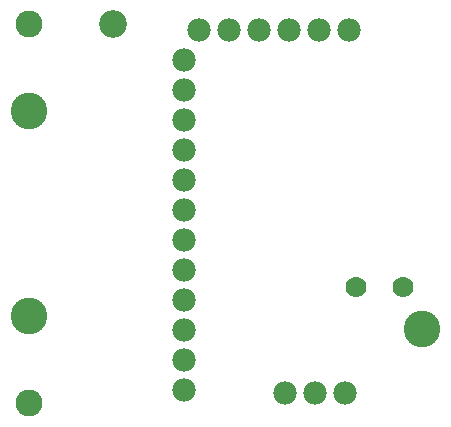
<source format=gbs>
G75*
%MOIN*%
%OFA0B0*%
%FSLAX25Y25*%
%IPPOS*%
%LPD*%
%AMOC8*
5,1,8,0,0,1.08239X$1,22.5*
%
%ADD10C,0.12211*%
%ADD11C,0.07800*%
%ADD12C,0.07000*%
%ADD13C,0.09000*%
%ADD14C,0.09258*%
D10*
X0036933Y0042921D03*
X0036933Y0111110D03*
X0168035Y0038433D03*
D11*
X0142366Y0017173D03*
X0132366Y0017173D03*
X0122366Y0017173D03*
X0088705Y0018315D03*
X0088705Y0028315D03*
X0088705Y0038315D03*
X0088705Y0048315D03*
X0088705Y0058315D03*
X0088705Y0068315D03*
X0088705Y0078315D03*
X0088705Y0088315D03*
X0088705Y0098315D03*
X0088705Y0108315D03*
X0088705Y0118315D03*
X0088705Y0128315D03*
X0093705Y0138315D03*
X0103705Y0138315D03*
X0113705Y0138315D03*
X0123705Y0138315D03*
X0133705Y0138315D03*
X0143705Y0138315D03*
D12*
X0145988Y0052606D03*
X0161736Y0052606D03*
D13*
X0036933Y0013768D03*
X0036933Y0140264D03*
D14*
X0064925Y0140264D03*
M02*

</source>
